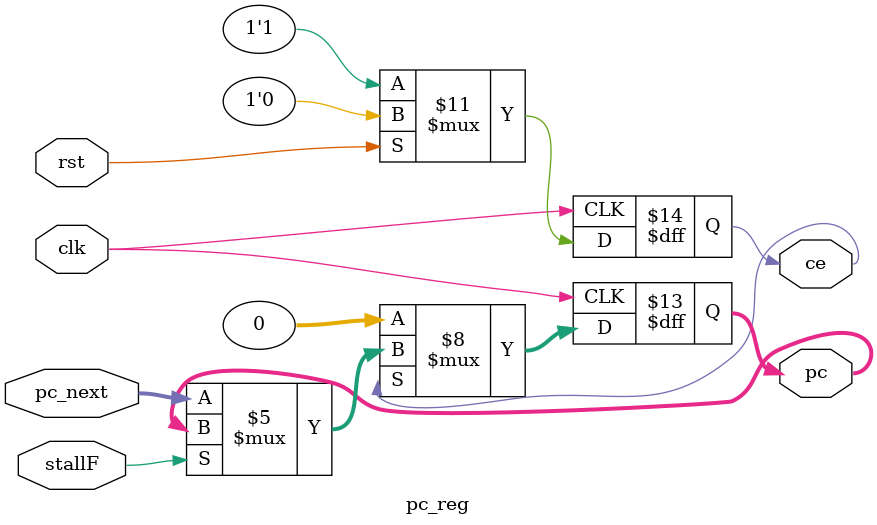
<source format=v>
module pc_reg #(parameter WIDTH=32)(
    input wire clk,
    input wire stallF,
    input wire rst,
    input wire [WIDTH-1:0] pc_next,

    output reg [ WIDTH-1:0] pc,
    output reg ce
);
    always @(posedge clk) begin
        if(rst) begin
            ce <= 0;
        end
        else begin
            ce <= 1;
        end
    end

    always @(posedge clk) begin
        if(!ce) begin
            // pc <= 32'hbfc00000;
            pc <= 32'h0000_0000;
        end
        else if(~stallF) begin
            pc <= pc_next;
        end
    end
endmodule
</source>
